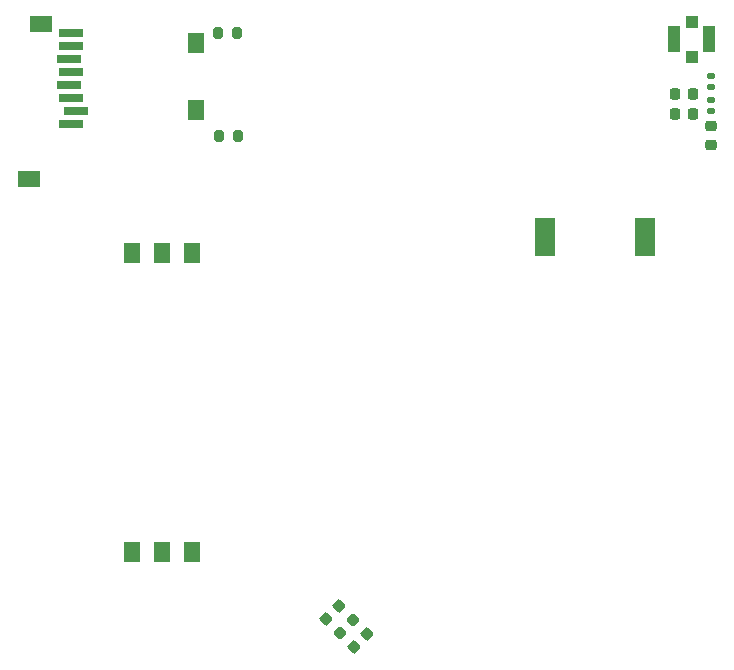
<source format=gbr>
G04 #@! TF.GenerationSoftware,KiCad,Pcbnew,6.0.0+dfsg1-2*
G04 #@! TF.CreationDate,2022-02-08T13:12:28-05:00*
G04 #@! TF.ProjectId,RUSP_Daughterboard,52555350-5f44-4617-9567-68746572626f,rev?*
G04 #@! TF.SameCoordinates,Original*
G04 #@! TF.FileFunction,Paste,Top*
G04 #@! TF.FilePolarity,Positive*
%FSLAX46Y46*%
G04 Gerber Fmt 4.6, Leading zero omitted, Abs format (unit mm)*
G04 Created by KiCad (PCBNEW 6.0.0+dfsg1-2) date 2022-02-08 13:12:28*
%MOMM*%
%LPD*%
G01*
G04 APERTURE LIST*
G04 Aperture macros list*
%AMRoundRect*
0 Rectangle with rounded corners*
0 $1 Rounding radius*
0 $2 $3 $4 $5 $6 $7 $8 $9 X,Y pos of 4 corners*
0 Add a 4 corners polygon primitive as box body*
4,1,4,$2,$3,$4,$5,$6,$7,$8,$9,$2,$3,0*
0 Add four circle primitives for the rounded corners*
1,1,$1+$1,$2,$3*
1,1,$1+$1,$4,$5*
1,1,$1+$1,$6,$7*
1,1,$1+$1,$8,$9*
0 Add four rect primitives between the rounded corners*
20,1,$1+$1,$2,$3,$4,$5,0*
20,1,$1+$1,$4,$5,$6,$7,0*
20,1,$1+$1,$6,$7,$8,$9,0*
20,1,$1+$1,$8,$9,$2,$3,0*%
G04 Aperture macros list end*
%ADD10RoundRect,0.200000X0.200000X0.275000X-0.200000X0.275000X-0.200000X-0.275000X0.200000X-0.275000X0*%
%ADD11RoundRect,0.218750X-0.026517X0.335876X-0.335876X0.026517X0.026517X-0.335876X0.335876X-0.026517X0*%
%ADD12RoundRect,0.225000X-0.017678X0.335876X-0.335876X0.017678X0.017678X-0.335876X0.335876X-0.017678X0*%
%ADD13R,2.000000X0.800000*%
%ADD14R,1.400000X1.800000*%
%ADD15R,1.900000X1.400000*%
%ADD16RoundRect,0.140000X0.170000X-0.140000X0.170000X0.140000X-0.170000X0.140000X-0.170000X-0.140000X0*%
%ADD17RoundRect,0.218750X0.218750X0.256250X-0.218750X0.256250X-0.218750X-0.256250X0.218750X-0.256250X0*%
%ADD18RoundRect,0.218750X0.256250X-0.218750X0.256250X0.218750X-0.256250X0.218750X-0.256250X-0.218750X0*%
%ADD19R,1.000000X1.000000*%
%ADD20R,1.050000X2.200000*%
%ADD21R,1.700000X3.200000*%
G04 APERTURE END LIST*
D10*
X137525000Y-79700000D03*
X135875000Y-79700000D03*
X137440000Y-71000000D03*
X135790000Y-71000000D03*
D11*
X147246847Y-120653153D03*
X146133153Y-121766847D03*
D12*
X146028008Y-119451992D03*
X144931992Y-120548008D03*
X148428008Y-121881992D03*
X147331992Y-122978008D03*
D13*
X123375000Y-78690000D03*
X123775000Y-77590000D03*
X123375000Y-76490000D03*
X123175000Y-75390000D03*
X123375000Y-74290000D03*
X123175000Y-73190000D03*
X123375000Y-72090000D03*
X123375000Y-70990000D03*
D14*
X133925000Y-71800000D03*
X133925000Y-77500000D03*
D15*
X120775000Y-70200000D03*
X119775000Y-83350000D03*
D14*
X128480000Y-89613500D03*
X131020000Y-89613500D03*
X133560000Y-89613500D03*
X128480000Y-114886500D03*
X131083500Y-114886500D03*
X133560000Y-114886500D03*
D16*
X177530000Y-75530000D03*
X177530000Y-74570000D03*
D17*
X176047500Y-76100000D03*
X174472500Y-76100000D03*
D16*
X177520000Y-77555000D03*
X177520000Y-76595000D03*
D18*
X177580000Y-80447500D03*
X177580000Y-78872500D03*
D17*
X176037500Y-77800000D03*
X174462500Y-77800000D03*
D19*
X175900000Y-73000000D03*
X175900000Y-70000000D03*
D20*
X177375000Y-71500000D03*
X174425000Y-71500000D03*
D21*
X171950000Y-88200000D03*
X163450000Y-88200000D03*
M02*

</source>
